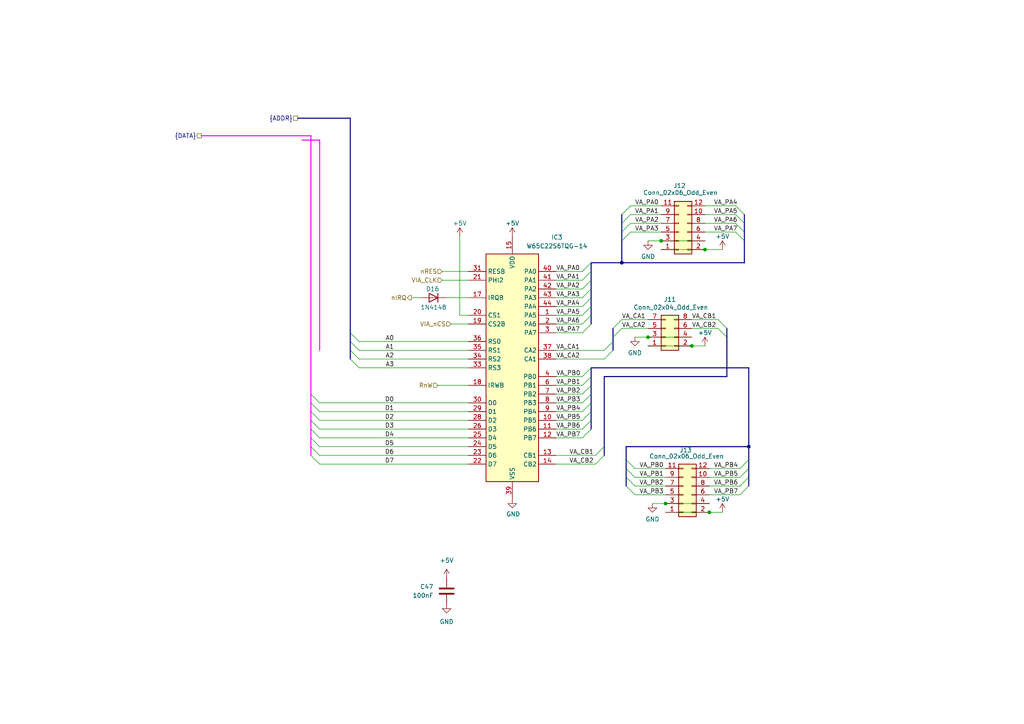
<source format=kicad_sch>
(kicad_sch (version 20250114) (generator "eeschema") (generator_version "9.0")
  (paper "A4")
  (lib_symbols
    (symbol "Connector_Generic:Conn_02x04_Odd_Even" (pin_names (offset 1.016) (hide yes))
      (property "Reference" "J" (at 1.27 5.08 0))
      (property "Value" "Conn_02x04_Odd_Even" (at 1.27 -7.62 0))
      (symbol "Conn_02x04_Odd_Even_1_1"
        (rectangle (start -1.27 3.81) (end 3.81 -6.35) (stroke (width 0.254)) (fill (type background)))
        (rectangle (start -1.27 2.667) (end 0 2.413) (stroke (width 0.1524)))
        (rectangle (start -1.27 0.127) (end 0 -0.127) (stroke (width 0.1524)))
        (rectangle (start -1.27 -2.413) (end 0 -2.667) (stroke (width 0.1524)))
        (rectangle (start -1.27 -4.953) (end 0 -5.207) (stroke (width 0.1524)))
        (rectangle (start 3.81 2.667) (end 2.54 2.413) (stroke (width 0.1524)))
        (rectangle (start 3.81 0.127) (end 2.54 -0.127) (stroke (width 0.1524)))
        (rectangle (start 3.81 -2.413) (end 2.54 -2.667) (stroke (width 0.1524)))
        (rectangle (start 3.81 -4.953) (end 2.54 -5.207) (stroke (width 0.1524)))
        (pin passive line (at -5.08 2.54 0) (length 3.81) (name "Pin_1") (number "1"))
        (pin passive line (at -5.08 0 0) (length 3.81) (name "Pin_3") (number "3"))
        (pin passive line (at -5.08 -2.54 0) (length 3.81) (name "Pin_5") (number "5"))
        (pin passive line (at -5.08 -5.08 0) (length 3.81) (name "Pin_7") (number "7"))
        (pin passive line (at 7.62 2.54 180) (length 3.81) (name "Pin_2") (number "2"))
        (pin passive line (at 7.62 0 180) (length 3.81) (name "Pin_4") (number "4"))
        (pin passive line (at 7.62 -2.54 180) (length 3.81) (name "Pin_6") (number "6"))
        (pin passive line (at 7.62 -5.08 180) (length 3.81) (name "Pin_8") (number "8"))
      )
    )
    (symbol "Connector_Generic:Conn_02x06_Odd_Even" (pin_names (offset 1.016) (hide yes))
      (property "Reference" "J" (at 1.27 7.62 0))
      (property "Value" "Conn_02x06_Odd_Even" (at 1.27 -10.16 0))
      (symbol "Conn_02x06_Odd_Even_1_1"
        (rectangle (start -1.27 6.35) (end 3.81 -8.89) (stroke (width 0.254)) (fill (type background)))
        (rectangle (start -1.27 5.207) (end 0 4.953) (stroke (width 0.1524)))
        (rectangle (start -1.27 2.667) (end 0 2.413) (stroke (width 0.1524)))
        (rectangle (start -1.27 0.127) (end 0 -0.127) (stroke (width 0.1524)))
        (rectangle (start -1.27 -2.413) (end 0 -2.667) (stroke (width 0.1524)))
        (rectangle (start -1.27 -4.953) (end 0 -5.207) (stroke (width 0.1524)))
        (rectangle (start -1.27 -7.493) (end 0 -7.747) (stroke (width 0.1524)))
        (rectangle (start 3.81 5.207) (end 2.54 4.953) (stroke (width 0.1524)))
        (rectangle (start 3.81 2.667) (end 2.54 2.413) (stroke (width 0.1524)))
        (rectangle (start 3.81 0.127) (end 2.54 -0.127) (stroke (width 0.1524)))
        (rectangle (start 3.81 -2.413) (end 2.54 -2.667) (stroke (width 0.1524)))
        (rectangle (start 3.81 -4.953) (end 2.54 -5.207) (stroke (width 0.1524)))
        (rectangle (start 3.81 -7.493) (end 2.54 -7.747) (stroke (width 0.1524)))
        (pin passive line (at -5.08 5.08 0) (length 3.81) (name "Pin_1") (number "1"))
        (pin passive line (at -5.08 2.54 0) (length 3.81) (name "Pin_3") (number "3"))
        (pin passive line (at -5.08 0 0) (length 3.81) (name "Pin_5") (number "5"))
        (pin passive line (at -5.08 -2.54 0) (length 3.81) (name "Pin_7") (number "7"))
        (pin passive line (at -5.08 -5.08 0) (length 3.81) (name "Pin_9") (number "9"))
        (pin passive line (at -5.08 -7.62 0) (length 3.81) (name "Pin_11") (number "11"))
        (pin passive line (at 7.62 5.08 180) (length 3.81) (name "Pin_2") (number "2"))
        (pin passive line (at 7.62 2.54 180) (length 3.81) (name "Pin_4") (number "4"))
        (pin passive line (at 7.62 0 180) (length 3.81) (name "Pin_6") (number "6"))
        (pin passive line (at 7.62 -2.54 180) (length 3.81) (name "Pin_8") (number "8"))
        (pin passive line (at 7.62 -5.08 180) (length 3.81) (name "Pin_10") (number "10"))
        (pin passive line (at 7.62 -7.62 180) (length 3.81) (name "Pin_12") (number "12"))
      )
    )
    (symbol "Device:C" (pin_numbers (hide yes)) (pin_names (offset 0.254))
      (property "Reference" "C" (at 0.635 2.54 0))
      (property "Value" "C" (at 0.635 -2.54 0))
      (symbol "C_0_1"
        (polyline (pts (xy -2.032 0.762) (xy 2.032 0.762)) (stroke (width 0.508)))
        (polyline (pts (xy -2.032 -0.762) (xy 2.032 -0.762)) (stroke (width 0.508)))
      )
      (symbol "C_1_1"
        (pin passive line (at 0 3.81 270) (length 2.794) (name "~") (number "1"))
        (pin passive line (at 0 -3.81 90) (length 2.794) (name "~") (number "2"))
      )
    )
    (symbol "Diode:1N4148" (pin_numbers (hide yes)) (pin_names (hide yes))
      (property "Reference" "D" (at 0 2.54 0))
      (property "Value" "1N4148" (at 0 -2.54 0))
      (symbol "1N4148_0_1"
        (polyline (pts (xy -1.27 1.27) (xy -1.27 -1.27)) (stroke (width 0.254)))
        (polyline (pts (xy 1.27 1.27) (xy 1.27 -1.27) (xy -1.27 0) (xy 1.27 1.27)) (stroke (width 0.254)))
        (polyline (pts (xy 1.27 0) (xy -1.27 0)))
      )
      (symbol "1N4148_1_1"
        (pin passive line (at -3.81 0 0) (length 2.54) (name "K") (number "1"))
        (pin passive line (at 3.81 0 180) (length 2.54) (name "A") (number "2"))
      )
    )
    (symbol "W65C22S6TQG-14:W65C22S6TQG-14"
      (property "Reference" "IC3" (at 12.954 37.846 0))
      (property "Value" "W65C22S6TQG-14" (at 12.954 35.306 0))
      (symbol "W65C22S6TQG-14_0_1"
        (rectangle (start -7.62 33.02) (end 7.62 -33.02) (stroke (width 0.254)) (fill (type background)))
      )
      (symbol "W65C22S6TQG-14_1_1"
        (pin passive line (at -12.7 27.94 0) (length 5.08) (name "RESB") (number "31"))
        (pin passive line (at -12.7 25.4 0) (length 5.08) (name "PHI2") (number "21"))
        (pin passive line (at -12.7 20.32 0) (length 5.08) (name "IRQB") (number "17"))
        (pin passive line (at -12.7 15.24 0) (length 5.08) (name "CS1") (number "20"))
        (pin passive line (at -12.7 12.7 0) (length 5.08) (name "CS2B") (number "19"))
        (pin passive line (at -12.7 7.62 0) (length 5.08) (name "RS0") (number "36"))
        (pin passive line (at -12.7 5.08 0) (length 5.08) (name "RS1") (number "35"))
        (pin passive line (at -12.7 2.54 0) (length 5.08) (name "RS2") (number "34"))
        (pin passive line (at -12.7 0 0) (length 5.08) (name "RS3") (number "33"))
        (pin passive line (at -12.7 -5.08 0) (length 5.08) (name "IRWB") (number "18"))
        (pin passive line (at -12.7 -10.16 0) (length 5.08) (name "D0") (number "30"))
        (pin passive line (at -12.7 -12.7 0) (length 5.08) (name "D1") (number "29"))
        (pin passive line (at -12.7 -15.24 0) (length 5.08) (name "D2") (number "28"))
        (pin passive line (at -12.7 -17.78 0) (length 5.08) (name "D3") (number "26"))
        (pin passive line (at -12.7 -20.32 0) (length 5.08) (name "D4") (number "25"))
        (pin passive line (at -12.7 -22.86 0) (length 5.08) (name "D5") (number "24"))
        (pin passive line (at -12.7 -25.4 0) (length 5.08) (name "D6") (number "23"))
        (pin passive line (at -12.7 -27.94 0) (length 5.08) (name "D7") (number "22"))
        (pin passive line (at -2.54 38.1 270) (length 5.08) (hide yes) (name "NC_1") (number "5"))
        (pin passive line (at -2.54 -38.1 90) (length 5.08) (hide yes) (name "NC_2") (number "16"))
        (pin passive line (at 0 38.1 270) (length 5.08) (name "VDD") (number "15"))
        (pin passive line (at 0 -38.1 90) (length 5.08) (name "VSS") (number "39"))
        (pin passive line (at 2.54 38.1 270) (length 5.08) (hide yes) (name "NC_3") (number "27"))
        (pin passive line (at 2.54 -38.1 90) (length 5.08) (hide yes) (name "NC_4") (number "32"))
        (pin passive line (at 12.7 27.94 180) (length 5.08) (name "PA0") (number "40"))
        (pin passive line (at 12.7 25.4 180) (length 5.08) (name "PA1") (number "41"))
        (pin passive line (at 12.7 22.86 180) (length 5.08) (name "PA2") (number "42"))
        (pin passive line (at 12.7 20.32 180) (length 5.08) (name "PA3") (number "43"))
        (pin passive line (at 12.7 17.78 180) (length 5.08) (name "PA4") (number "44"))
        (pin passive line (at 12.7 15.24 180) (length 5.08) (name "PA5") (number "1"))
        (pin passive line (at 12.7 12.7 180) (length 5.08) (name "PA6") (number "2"))
        (pin passive line (at 12.7 10.16 180) (length 5.08) (name "PA7") (number "3"))
        (pin passive line (at 12.7 5.08 180) (length 5.08) (name "CA2") (number "37"))
        (pin passive line (at 12.7 2.54 180) (length 5.08) (name "CA1") (number "38"))
        (pin passive line (at 12.7 -2.54 180) (length 5.08) (name "PB0") (number "4"))
        (pin passive line (at 12.7 -5.08 180) (length 5.08) (name "PB1") (number "6"))
        (pin passive line (at 12.7 -7.62 180) (length 5.08) (name "PB2") (number "7"))
        (pin passive line (at 12.7 -10.16 180) (length 5.08) (name "PB3") (number "8"))
        (pin passive line (at 12.7 -12.7 180) (length 5.08) (name "PB4") (number "9"))
        (pin passive line (at 12.7 -15.24 180) (length 5.08) (name "PB5") (number "10"))
        (pin passive line (at 12.7 -17.78 180) (length 5.08) (name "PB6") (number "11"))
        (pin passive line (at 12.7 -20.32 180) (length 5.08) (name "PB7") (number "12"))
        (pin passive line (at 12.7 -25.4 180) (length 5.08) (name "CB1") (number "13"))
        (pin passive line (at 12.7 -27.94 180) (length 5.08) (name "CB2") (number "14"))
      )
    )
    (symbol "power:+5V" (power) (pin_names (offset 0))
      (property "Value" "+5V" (at 0 3.556 0))
      (symbol "+5V_0_1"
        (polyline (pts (xy -0.762 1.27) (xy 0 2.54)))
        (polyline (pts (xy 0 2.54) (xy 0.762 1.27)))
        (polyline (pts (xy 0 0) (xy 0 2.54)))
      )
      (symbol "+5V_1_1"
        (pin power_in line (at 0 0 90) (length 0) (hide yes) (name "+5V") (number "1"))
      )
    )
    (symbol "power:GND" (power) (pin_names (offset 0))
      (property "Value" "GND" (at 0 -3.81 0))
      (symbol "GND_0_1"
        (polyline (pts (xy 0 0) (xy 0 -1.27) (xy 1.27 -1.27) (xy 0 -2.54) (xy -1.27 -1.27) (xy 0 -1.27)))
      )
      (symbol "GND_1_1"
        (pin power_in line (at 0 0 270) (length 0) (hide yes) (name "GND") (number "1"))
      )
    )
  )
  (junction (at 205.74 148.59))
  (junction (at 193.04 146.05))
  (junction (at 200.66 100.33))
  (junction (at 187.96 97.79))
  (junction (at 191.77 69.85))
  (junction (at 180.34 76.2))
  (junction (at 217.17 129.54))
  (junction (at 204.47 72.39))
  (bus_entry (at 214.63 138.43) (size 2.54 -2.54))
  (bus_entry (at 171.45 109.22) (size -2.54 2.54))
  (bus_entry (at 168.91 78.74) (size 2.54 -2.54))
  (bus_entry (at 184.15 138.43) (size -2.54 -2.54))
  (bus_entry (at 217.17 140.97) (size -2.54 2.54))
  (bus_entry (at 177.8 95.25) (size 2.54 -2.54))
  (bus_entry (at 92.71 116.84) (size -2.54 -2.54))
  (bus_entry (at 104.14 101.6) (size -2.54 -2.54))
  (bus_entry (at 171.45 106.68) (size -2.54 2.54))
  (bus_entry (at 168.91 96.52) (size 2.54 -2.54))
  (bus_entry (at 184.15 143.51) (size -2.54 -2.54))
  (bus_entry (at 180.34 64.77) (size 2.54 -2.54))
  (bus_entry (at 171.45 121.92) (size -2.54 2.54))
  (bus_entry (at 168.91 86.36) (size 2.54 -2.54))
  (bus_entry (at 180.34 69.85) (size 2.54 -2.54))
  (bus_entry (at 168.91 91.44) (size 2.54 -2.54))
  (bus_entry (at 210.82 95.25) (size -2.54 -2.54))
  (bus_entry (at 215.9 64.77) (size -2.54 -2.54))
  (bus_entry (at 210.82 97.79) (size -2.54 -2.54))
  (bus_entry (at 171.45 119.38) (size -2.54 2.54))
  (bus_entry (at 171.45 111.76) (size -2.54 2.54))
  (bus_entry (at 175.26 132.08) (size -2.54 2.54))
  (bus_entry (at 92.71 124.46) (size -2.54 -2.54))
  (bus_entry (at 104.14 99.06) (size -2.54 -2.54))
  (bus_entry (at 92.71 132.08) (size -2.54 -2.54))
  (bus_entry (at 171.45 114.3) (size -2.54 2.54))
  (bus_entry (at 177.8 99.06) (size -2.54 2.54))
  (bus_entry (at 168.91 88.9) (size 2.54 -2.54))
  (bus_entry (at 214.63 135.89) (size 2.54 -2.54))
  (bus_entry (at 180.34 67.31) (size 2.54 -2.54))
  (bus_entry (at 168.91 81.28) (size 2.54 -2.54))
  (bus_entry (at 177.8 101.6) (size -2.54 2.54))
  (bus_entry (at 180.34 62.23) (size 2.54 -2.54))
  (bus_entry (at 213.36 67.31) (size 2.54 2.54))
  (bus_entry (at 171.45 116.84) (size -2.54 2.54))
  (bus_entry (at 175.26 129.54) (size -2.54 2.54))
  (bus_entry (at 168.91 83.82) (size 2.54 -2.54))
  (bus_entry (at 104.14 104.14) (size -2.54 -2.54))
  (bus_entry (at 92.71 121.92) (size -2.54 -2.54))
  (bus_entry (at 177.8 97.79) (size 2.54 -2.54))
  (bus_entry (at 184.15 140.97) (size -2.54 -2.54))
  (bus_entry (at 215.9 67.31) (size -2.54 -2.54))
  (bus_entry (at 184.15 135.89) (size -2.54 -2.54))
  (bus_entry (at 92.71 127) (size -2.54 -2.54))
  (bus_entry (at 214.63 140.97) (size 2.54 -2.54))
  (bus_entry (at 104.14 106.68) (size -2.54 -2.54))
  (bus_entry (at 171.45 124.46) (size -2.54 2.54))
  (bus_entry (at 92.71 134.62) (size -2.54 -2.54))
  (bus_entry (at 92.71 129.54) (size -2.54 -2.54))
  (bus_entry (at 92.71 119.38) (size -2.54 -2.54))
  (bus_entry (at 168.91 93.98) (size 2.54 -2.54))
  (bus_entry (at 215.9 62.23) (size -2.54 -2.54))
  (wire (pts (xy 127 111.76) (xy 135.89 111.76)))
  (wire (pts (xy 161.29 83.82) (xy 168.91 83.82)))
  (bus (pts (xy 101.6 104.14) (xy 101.6 101.6)))
  (wire (pts (xy 191.77 69.85) (xy 204.47 69.85)))
  (wire (pts (xy 104.14 99.06) (xy 135.89 99.06)))
  (wire (pts (xy 133.35 91.44) (xy 133.35 68.58)))
  (wire (pts (xy 161.29 96.52) (xy 168.91 96.52)))
  (bus (pts (xy 171.45 109.22) (xy 171.45 106.68)))
  (bus (pts (xy 101.6 96.52) (xy 101.6 34.29)))
  (bus (pts (xy 86.36 34.29) (xy 101.6 34.29)))
  (wire (pts (xy 200.66 92.71) (xy 208.28 92.71)))
  (wire (pts (xy 205.74 138.43) (xy 214.63 138.43)))
  (bus (pts (xy 181.61 129.54) (xy 181.61 133.35)))
  (bus (pts (xy 92.71 101.6) (xy 92.71 40.64)) (stroke (width 0) (color 255 0 255 1)))
  (bus (pts (xy 180.34 62.23) (xy 180.34 64.77)))
  (wire (pts (xy 182.88 64.77) (xy 191.77 64.77)))
  (bus (pts (xy 171.45 78.74) (xy 171.45 76.2)))
  (bus (pts (xy 90.17 127) (xy 90.17 129.54)) (stroke (width 0) (color 255 0 255 1)))
  (wire (pts (xy 184.15 97.79) (xy 187.96 97.79)))
  (wire (pts (xy 204.47 72.39) (xy 209.55 72.39)))
  (wire (pts (xy 92.71 116.84) (xy 135.89 116.84)))
  (bus (pts (xy 210.82 97.79) (xy 210.82 109.22)))
  (wire (pts (xy 205.74 143.51) (xy 214.63 143.51)))
  (wire (pts (xy 104.14 106.68) (xy 135.89 106.68)))
  (bus (pts (xy 215.9 69.85) (xy 215.9 76.2)))
  (wire (pts (xy 204.47 59.69) (xy 213.36 59.69)))
  (wire (pts (xy 92.71 124.46) (xy 135.89 124.46)))
  (bus (pts (xy 180.34 67.31) (xy 180.34 69.85)))
  (wire (pts (xy 161.29 121.92) (xy 168.91 121.92)))
  (bus (pts (xy 171.45 106.68) (xy 217.17 106.68)))
  (bus (pts (xy 171.45 111.76) (xy 171.45 109.22)))
  (bus (pts (xy 90.17 114.3) (xy 90.17 116.84)) (stroke (width 0) (color 255 0 255 1)))
  (wire (pts (xy 189.23 146.05) (xy 193.04 146.05)))
  (wire (pts (xy 180.34 92.71) (xy 187.96 92.71)))
  (wire (pts (xy 182.88 67.31) (xy 191.77 67.31)))
  (bus (pts (xy 177.8 97.79) (xy 177.8 99.06)))
  (wire (pts (xy 161.29 127) (xy 168.91 127)))
  (wire (pts (xy 161.29 93.98) (xy 168.91 93.98)))
  (bus (pts (xy 217.17 106.68) (xy 217.17 129.54)))
  (bus (pts (xy 217.17 138.43) (xy 217.17 140.97)))
  (bus (pts (xy 175.26 109.22) (xy 210.82 109.22)))
  (wire (pts (xy 184.15 143.51) (xy 193.04 143.51)))
  (bus (pts (xy 90.17 114.3) (xy 90.17 39.37)) (stroke (width 0) (color 255 0 255 1)))
  (wire (pts (xy 161.29 104.14) (xy 175.26 104.14)))
  (bus (pts (xy 217.17 133.35) (xy 217.17 135.89)))
  (bus (pts (xy 181.61 129.54) (xy 217.17 129.54)))
  (wire (pts (xy 193.04 148.59) (xy 205.74 148.59)))
  (wire (pts (xy 187.96 69.85) (xy 191.77 69.85)))
  (wire (pts (xy 161.29 101.6) (xy 175.26 101.6)))
  (bus (pts (xy 215.9 62.23) (xy 215.9 64.77)))
  (bus (pts (xy 180.34 69.85) (xy 180.34 76.2)))
  (wire (pts (xy 204.47 64.77) (xy 213.36 64.77)))
  (wire (pts (xy 133.35 91.44) (xy 135.89 91.44)))
  (wire (pts (xy 191.77 72.39) (xy 204.47 72.39)))
  (bus (pts (xy 90.17 121.92) (xy 90.17 124.46)) (stroke (width 0) (color 255 0 255 1)))
  (wire (pts (xy 161.29 111.76) (xy 168.91 111.76)))
  (wire (pts (xy 200.66 95.25) (xy 208.28 95.25)))
  (bus (pts (xy 180.34 64.77) (xy 180.34 67.31)))
  (wire (pts (xy 92.71 119.38) (xy 135.89 119.38)))
  (wire (pts (xy 184.15 135.89) (xy 193.04 135.89)))
  (wire (pts (xy 180.34 95.25) (xy 187.96 95.25)))
  (bus (pts (xy 181.61 133.35) (xy 181.61 135.89)))
  (bus (pts (xy 171.45 114.3) (xy 171.45 111.76)))
  (wire (pts (xy 161.29 91.44) (xy 168.91 91.44)))
  (bus (pts (xy 90.17 119.38) (xy 90.17 121.92)) (stroke (width 0) (color 255 0 255 1)))
  (wire (pts (xy 92.71 129.54) (xy 135.89 129.54)))
  (wire (pts (xy 161.29 116.84) (xy 168.91 116.84)))
  (wire (pts (xy 182.88 59.69) (xy 191.77 59.69)))
  (wire (pts (xy 161.29 81.28) (xy 168.91 81.28)))
  (wire (pts (xy 161.29 78.74) (xy 168.91 78.74)))
  (wire (pts (xy 104.14 101.6) (xy 135.89 101.6)))
  (bus (pts (xy 171.45 88.9) (xy 171.45 86.36)))
  (bus (pts (xy 171.45 76.2) (xy 180.34 76.2)))
  (bus (pts (xy 171.45 81.28) (xy 171.45 78.74)))
  (bus (pts (xy 171.45 121.92) (xy 171.45 119.38)))
  (bus (pts (xy 92.71 40.64) (xy 87.63 40.64)) (stroke (width 0) (color 255 0 255 1)))
  (wire (pts (xy 161.29 109.22) (xy 168.91 109.22)))
  (wire (pts (xy 184.15 140.97) (xy 193.04 140.97)))
  (bus (pts (xy 171.45 91.44) (xy 171.45 88.9)))
  (wire (pts (xy 104.14 104.14) (xy 135.89 104.14)))
  (wire (pts (xy 129.54 86.36) (xy 135.89 86.36)))
  (wire (pts (xy 205.74 140.97) (xy 214.63 140.97)))
  (wire (pts (xy 128.27 78.74) (xy 135.89 78.74)))
  (bus (pts (xy 171.45 119.38) (xy 171.45 116.84)))
  (bus (pts (xy 210.82 95.25) (xy 210.82 97.79)))
  (bus (pts (xy 180.34 76.2) (xy 215.9 76.2)))
  (bus (pts (xy 181.61 138.43) (xy 181.61 140.97)))
  (bus (pts (xy 171.45 116.84) (xy 171.45 114.3)))
  (wire (pts (xy 92.71 132.08) (xy 135.89 132.08)))
  (wire (pts (xy 182.88 62.23) (xy 191.77 62.23)))
  (bus (pts (xy 171.45 93.98) (xy 171.45 91.44)))
  (bus (pts (xy 58.42 39.37) (xy 90.17 39.37)) (stroke (width 0) (color 255 0 255 1)))
  (bus (pts (xy 175.26 129.54) (xy 175.26 109.22)))
  (bus (pts (xy 90.17 116.84) (xy 90.17 119.38)) (stroke (width 0) (color 255 0 255 1)))
  (bus (pts (xy 90.17 124.46) (xy 90.17 127)) (stroke (width 0) (color 255 0 255 1)))
  (bus (pts (xy 171.45 83.82) (xy 171.45 81.28)))
  (wire (pts (xy 161.29 134.62) (xy 172.72 134.62)))
  (bus (pts (xy 101.6 99.06) (xy 101.6 96.52)))
  (bus (pts (xy 177.8 99.06) (xy 177.8 101.6)))
  (wire (pts (xy 161.29 132.08) (xy 172.72 132.08)))
  (wire (pts (xy 161.29 124.46) (xy 168.91 124.46)))
  (bus (pts (xy 101.6 101.6) (xy 101.6 99.06)))
  (wire (pts (xy 184.15 138.43) (xy 193.04 138.43)))
  (wire (pts (xy 119.38 86.36) (xy 121.92 86.36)))
  (bus (pts (xy 217.17 135.89) (xy 217.17 138.43)))
  (bus (pts (xy 177.8 95.25) (xy 177.8 97.79)))
  (wire (pts (xy 92.71 121.92) (xy 135.89 121.92)))
  (bus (pts (xy 181.61 135.89) (xy 181.61 138.43)))
  (wire (pts (xy 193.04 146.05) (xy 205.74 146.05)))
  (bus (pts (xy 215.9 64.77) (xy 215.9 67.31)))
  (bus (pts (xy 171.45 124.46) (xy 171.45 121.92)))
  (wire (pts (xy 161.29 114.3) (xy 168.91 114.3)))
  (bus (pts (xy 217.17 129.54) (xy 217.17 133.35)))
  (wire (pts (xy 187.96 100.33) (xy 200.66 100.33)))
  (wire (pts (xy 161.29 86.36) (xy 168.91 86.36)))
  (wire (pts (xy 205.74 148.59) (xy 209.55 148.59)))
  (wire (pts (xy 200.66 100.33) (xy 204.47 100.33)))
  (wire (pts (xy 204.47 62.23) (xy 213.36 62.23)))
  (wire (pts (xy 130.81 93.98) (xy 135.89 93.98)))
  (wire (pts (xy 161.29 88.9) (xy 168.91 88.9)))
  (bus (pts (xy 215.9 67.31) (xy 215.9 69.85)))
  (wire (pts (xy 204.47 67.31) (xy 213.36 67.31)))
  (wire (pts (xy 92.71 134.62) (xy 135.89 134.62)))
  (wire (pts (xy 128.27 81.28) (xy 135.89 81.28)))
  (wire (pts (xy 92.71 127) (xy 135.89 127)))
  (bus (pts (xy 175.26 132.08) (xy 175.26 129.54)))
  (bus (pts (xy 90.17 129.54) (xy 90.17 132.08)) (stroke (width 0) (color 255 0 255 1)))
  (wire (pts (xy 187.96 97.79) (xy 200.66 97.79)))
  (bus (pts (xy 171.45 86.36) (xy 171.45 83.82)))
  (wire (pts (xy 205.74 135.89) (xy 214.63 135.89)))
  (wire (pts (xy 161.29 119.38) (xy 168.91 119.38)))
  (label "VA_PB7" (at 207.01 143.51 0))
  (label "VA_PB6" (at 207.01 140.97 0))
  (label "VA_PB5" (at 161.29 121.92 0))
  (label "VA_PA1" (at 184.15 62.23 0))
  (label "VA_PA0" (at 161.29 78.74 0))
  (label "VA_PB2" (at 185.42 140.97 0))
  (label "VA_PA5" (at 207.01 62.23 0))
  (label "VA_PB4" (at 207.01 135.89 0))
  (label "VA_PB3" (at 161.29 116.84 0))
  (label "VA_PB1" (at 161.29 111.76 0))
  (label "VA_CB1" (at 200.66 92.71 0))
  (label "VA_CB2" (at 165.1 134.62 0))
  (label "VA_PA1" (at 161.29 81.28 0))
  (label "VA_PA6" (at 161.29 93.98 0))
  (label "VA_PA0" (at 184.15 59.69 0))
  (label "VA_CA1" (at 161.29 101.6 0))
  (label "VA_PB0" (at 185.42 135.89 0))
  (label "VA_PA7" (at 207.01 67.31 0))
  (label "D2" (at 114.3 121.92 180))
  (label "D3" (at 114.3 124.46 180))
  (label "A3" (at 114.3 106.68 180))
  (label "VA_PB3" (at 185.42 143.51 0))
  (label "A0" (at 114.3 99.06 180))
  (label "D7" (at 114.3 134.62 180))
  (label "VA_PA7" (at 161.29 96.52 0))
  (label "VA_PA2" (at 161.29 83.82 0))
  (label "VA_CB1" (at 165.1 132.08 0))
  (label "VA_CA1" (at 180.34 92.71 0))
  (label "VA_PA3" (at 184.15 67.31 0))
  (label "D6" (at 114.3 132.08 180))
  (label "VA_PA4" (at 161.29 88.9 0))
  (label "VA_PA2" (at 184.15 64.77 0))
  (label "VA_PA6" (at 207.01 64.77 0))
  (label "VA_PB0" (at 161.29 109.22 0))
  (label "VA_PB1" (at 185.42 138.43 0))
  (label "VA_CB2" (at 200.66 95.25 0))
  (label "VA_PA4" (at 207.01 59.69 0))
  (label "D0" (at 114.3 116.84 180))
  (label "VA_PA5" (at 161.29 91.44 0))
  (label "D1" (at 114.3 119.38 180))
  (label "VA_PB7" (at 161.29 127 0))
  (label "VA_PB2" (at 161.29 114.3 0))
  (label "VA_CA2" (at 180.34 95.25 0))
  (label "VA_PB6" (at 161.29 124.46 0))
  (label "VA_PA3" (at 161.29 86.36 0))
  (label "VA_CA2" (at 161.29 104.14 0))
  (label "A1" (at 114.3 101.6 180))
  (label "VA_PB4" (at 161.29 119.38 0))
  (label "D4" (at 114.3 127 180))
  (label "VA_PB5" (at 207.01 138.43 0))
  (label "D5" (at 114.3 129.54 180))
  (label "A2" (at 114.3 104.14 180))
  (hierarchical_label "{ADDR}" (shape passive) (at 86.36 34.29 180))
  (hierarchical_label "VIA_nCS" (shape input) (at 130.81 93.98 180))
  (hierarchical_label "nIRQ" (shape output) (at 119.38 86.36 180))
  (hierarchical_label "nRES" (shape input) (at 128.27 78.74 180))
  (hierarchical_label "{DATA}" (shape passive) (at 58.42 39.37 180))
  (hierarchical_label "RnW" (shape input) (at 127 111.76 180))
  (hierarchical_label "VIA_CLK" (shape input) (at 128.27 81.28 180))
  (symbol (lib_id "Connector_Generic:Conn_02x06_Odd_Even") (at 198.12 143.51 0) (mirror x) (unit 1)
    (property "Reference" "J13" (at 198.882 130.556 0))
    (property "Value" "Conn_02x06_Odd_Even" (at 199.136 132.334 0))
    (property "Footprint" "Connector_PinSocket_2.54mm:PinSocket_2x06_P2.54mm_Horizontal" (effects (hide yes)))
    (property "Description" "Generic connector, double row, 02x06, odd/even pin numbering scheme (row 1 odd numbers, row 2 even numbers), script generated (kicad-library-utils/schlib/autogen/connector/)" (effects (hide yes)))
  )
  (symbol (lib_id "power:GND") (at 129.54 175.26 0) (mirror y) (unit 1)
    (property "Reference" "#PWR0187" (effects (hide yes)))
    (property "Value" "GND" (at 129.54 180.34 0))
  )
  (symbol (lib_id "power:+5V") (at 133.35 68.58 0) (mirror y) (unit 1)
    (property "Reference" "#PWR0188" (effects (hide yes)))
    (property "Value" "+5V" (at 133.35 64.77 0))
  )
  (symbol (lib_id "power:+5V") (at 204.47 100.33 0) (mirror y) (unit 1)
    (property "Reference" "#PWR0194" (effects (hide yes)))
    (property "Value" "+5V" (at 204.47 96.52 0))
  )
  (symbol (lib_id "Connector_Generic:Conn_02x04_Odd_Even") (at 193.04 97.79 0) (mirror x) (unit 1)
    (property "Reference" "J11" (at 194.31 86.868 0))
    (property "Value" "Conn_02x04_Odd_Even" (at 194.564 89.154 0))
    (property "Footprint" "Connector_PinSocket_2.54mm:PinSocket_2x04_P2.54mm_Horizontal" (effects (hide yes)))
    (property "Description" "Generic connector, double row, 02x04, odd/even pin numbering scheme (row 1 odd numbers, row 2 even numbers), script generated (kicad-library-utils/schlib/autogen/connector/)" (effects (hide yes)))
  )
  (symbol (lib_id "power:GND") (at 187.96 69.85 0) (mirror y) (unit 1)
    (property "Reference" "#PWR0192" (effects (hide yes)))
    (property "Value" "GND" (at 187.96 74.4125 0))
  )
  (symbol (lib_id "power:GND") (at 189.23 146.05 0) (mirror y) (unit 1)
    (property "Reference" "#PWR0193" (effects (hide yes)))
    (property "Value" "GND" (at 189.23 150.6125 0))
  )
  (symbol (lib_id "W65C22S6TQG-14:W65C22S6TQG-14") (at 148.59 106.68 0) (unit 1)
    (property "Reference" "IC3" (at 161.544 68.834 0))
    (property "Value" "W65C22S6TQG-14" (at 161.544 71.374 0))
    (property "Footprint" "W65C22S6TQG-14:QFP80P1320X1320X270-44N" (effects (hide yes)))
    (property "Description" "I/O Controller Interface IC" (effects (hide yes)))
    (property "Height" "2.7" (effects (hide yes)))
    (property "Mouser Part Number" "955-W65C22S6TQG-14" (effects (hide yes)))
    (property "Mouser Price/Stock" "https://www.mouser.co.uk/ProductDetail/Western-Design-Center-WDC/W65C22S6TQG-14?qs=9lcNTSmDlCo21Y0m5rRDww%3D%3D" (effects (hide yes)))
    (property "Manufacturer_Name" "Western Design Center (WDC)" (effects (hide yes)))
    (property "Manufacturer_Part_Number" "W65C22S6TQG-14" (effects (hide yes)))
  )
  (symbol (lib_id "power:+5V") (at 148.59 68.58 0) (mirror y) (unit 1)
    (property "Reference" "#PWR0189" (effects (hide yes)))
    (property "Value" "+5V" (at 148.59 64.77 0))
  )
  (symbol (lib_id "power:+5V") (at 209.55 148.59 0) (mirror y) (unit 1)
    (property "Reference" "#PWR0196" (effects (hide yes)))
    (property "Value" "+5V" (at 209.55 144.78 0))
  )
  (symbol (lib_id "Diode:1N4148") (at 125.73 86.36 0) (mirror y) (unit 1)
    (property "Reference" "D16" (at 125.476 83.82 0))
    (property "Value" "1N4148" (at 125.73 89.154 0))
    (property "Footprint" "Diode_THT:D_DO-35_SOD27_P7.62mm_Horizontal" (effects (hide yes)))
    (property "Datasheet" "https://assets.nexperia.com/documents/data-sheet/1N4148_1N4448.pdf" (effects (hide yes)))
    (property "Description" "100V 0.15A standard switching diode, DO-35" (effects (hide yes)))
    (property "Sim.Device" "D" (effects (hide yes)))
    (property "Sim.Pins" "1=K 2=A" (effects (hide yes)))
  )
  (symbol (lib_id "power:+5V") (at 209.55 72.39 0) (mirror y) (unit 1)
    (property "Reference" "#PWR0195" (effects (hide yes)))
    (property "Value" "+5V" (at 209.55 68.58 0))
  )
  (symbol (lib_id "Connector_Generic:Conn_02x06_Odd_Even") (at 196.85 67.31 0) (mirror x) (unit 1)
    (property "Reference" "J12" (at 197.104 53.848 0))
    (property "Value" "Conn_02x06_Odd_Even" (at 197.358 55.88 0))
    (property "Footprint" "Connector_PinSocket_2.54mm:PinSocket_2x06_P2.54mm_Horizontal" (effects (hide yes)))
    (property "Description" "Generic connector, double row, 02x06, odd/even pin numbering scheme (row 1 odd numbers, row 2 even numbers), script generated (kicad-library-utils/schlib/autogen/connector/)" (effects (hide yes)))
  )
  (symbol (lib_id "power:+5V") (at 129.54 167.64 0) (mirror y) (unit 1)
    (property "Reference" "#PWR0186" (effects (hide yes)))
    (property "Value" "+5V" (at 129.54 162.56 0))
  )
  (symbol (lib_id "Device:C") (at 129.54 171.45 0) (mirror y) (unit 1)
    (property "Reference" "C47" (at 125.73 170.1799 0) (effects (justify left)))
    (property "Value" "100nF" (at 125.73 172.7199 0) (effects (justify left)))
    (property "Footprint" "Capacitor_SMD:C_0603_1608Metric" (effects (hide yes)))
    (property "Description" "Unpolarized capacitor" (effects (hide yes)))
    (property "LCSC" "C49678" (effects (hide yes)))
  )
  (symbol (lib_id "power:GND") (at 184.15 97.79 0) (mirror y) (unit 1)
    (property "Reference" "#PWR0191" (effects (hide yes)))
    (property "Value" "GND" (at 184.15 102.3525 0))
  )
  (symbol (lib_id "power:GND") (at 148.59 144.78 0) (mirror y) (unit 1)
    (property "Reference" "#PWR0190" (effects (hide yes)))
    (property "Value" "GND" (at 148.844 149.098 0))
  )
)
</source>
